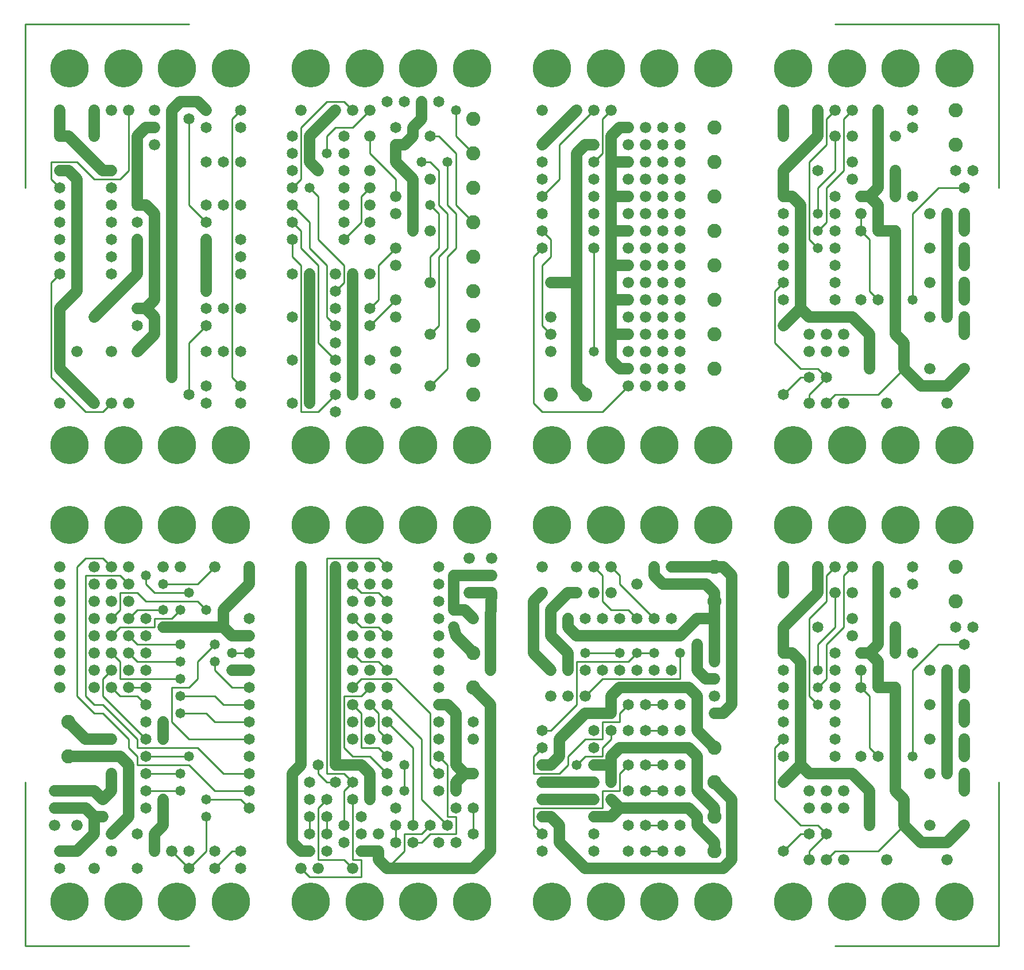
<source format=gtl>
%MOIN*%
%FSLAX25Y25*%
G04 D10 used for Character Trace; *
G04     Circle (OD=.01000) (No hole)*
G04 D11 used for Power Trace; *
G04     Circle (OD=.06700) (No hole)*
G04 D12 used for Signal Trace; *
G04     Circle (OD=.01100) (No hole)*
G04 D13 used for Via; *
G04     Circle (OD=.05800) (Round. Hole ID=.02800)*
G04 D14 used for Component hole; *
G04     Circle (OD=.06500) (Round. Hole ID=.03500)*
G04 D15 used for Component hole; *
G04     Circle (OD=.06600) (Round. Hole ID=.04200)*
G04 D16 used for Component hole; *
G04     Circle (OD=.08200) (Round. Hole ID=.05200)*
G04 D17 used for Component hole; *
G04     Circle (OD=.09000) (Round. Hole ID=.06000)*
G04 D18 used for Component hole; *
G04     Circle (OD=.11600) (Round. Hole ID=.08600)*
G04 D19 used for Component hole; *
G04     Circle (OD=.15500) (Round. Hole ID=.12500)*
G04 D20 used for Component hole; *
G04     Circle (OD=.18200) (Round. Hole ID=.15200)*
G04 D21 used for Component hole; *
G04     Circle (OD=.22100) (Round. Hole ID=.19100)*
%ADD10C,.01000*%
%ADD11C,.06700*%
%ADD12C,.01100*%
%ADD13C,.05800*%
%ADD14C,.06500*%
%ADD15C,.06600*%
%ADD16C,.08200*%
%ADD17C,.09000*%
%ADD18C,.11600*%
%ADD19C,.15500*%
%ADD20C,.18200*%
%ADD21C,.22100*%
%IPPOS*%
%LPD*%
G90*X0Y0D02*D21*X25625Y25625D03*D15*              
X40000Y45000D03*D14*X20000D03*D15*X50000Y55000D03*
X30000D03*D11*X20000D01*D14*D03*D11*X30000D02*    
X40000Y65000D01*Y75000D01*X45000D01*D15*D03*D11*  
X40000D02*X35000Y80000D01*X30000D01*D15*D03*D11*  
X17000D01*D15*D03*X30000Y70000D03*Y90000D03*D11*  
X17000D01*D15*D03*D11*X30000D02*X40000D01*        
X45000Y85000D01*D15*D03*D11*X50000Y90000D01*      
Y100000D01*D15*D03*D11*X60000Y105000D02*          
X55000Y110000D01*X60000Y75000D02*Y105000D01*      
X50000Y65000D02*X60000Y75000D01*D13*              
X50000Y65000D03*D14*X65000D03*X70000Y80000D03*    
X65000Y45000D03*X70000Y90000D03*D12*X90000D01*D13*
D03*Y100000D03*D12*X70000D01*D14*D03*D12*         
X65000Y105000D02*X95000D01*X110000Y90000D01*      
X130000D01*D14*D03*D12*Y80000D02*X125000Y85000D01*
D14*X130000Y80000D03*D12*X105000Y85000D02*        
X125000D01*D13*X105000D03*Y75000D03*D12*Y55000D01*
X95000Y45000D01*D14*D03*D12*X85000Y55000D01*D15*  
D03*D11*X75000D02*Y65000D01*D15*Y55000D03*D11*    
Y65000D02*X80000Y70000D01*Y85000D01*D13*D03*D12*  
X65000Y105000D02*Y110000D01*X60000Y115000D01*     
Y120000D01*X45000Y135000D01*X40000D01*            
X30000Y145000D01*Y220000D01*X35000Y225000D01*     
X45000D01*X50000Y220000D01*D15*D03*D12*           
X60000Y210000D02*X55000Y215000D01*D15*            
X60000Y210000D03*D12*X70000Y200000D02*            
X65000Y205000D01*X70000Y200000D02*X100000D01*     
X105000Y195000D01*D13*D03*D11*X120000Y180000D02*  
X115000Y185000D01*X120000Y180000D02*X130000D01*   
D14*D03*D13*X120000Y170000D03*D12*X130000D01*D14* 
D03*D13*X120000Y160000D03*D11*X130000D01*D14*D03* 
D12*X120000Y150000D02*X130000D01*D14*D03*D12*     
X120000D02*X110000Y160000D01*Y165000D01*D13*D03*  
D12*X95000Y150000D02*X100000Y155000D01*           
X85000Y150000D02*X95000D01*X85000Y130000D02*      
Y150000D01*X95000Y120000D02*X85000Y130000D01*     
X95000Y120000D02*X130000D01*D14*D03*Y130000D03*   
D12*X110000D01*X105000Y135000D01*X90000D01*D13*   
D03*Y145000D03*D12*X110000D01*X115000Y140000D01*  
X130000D01*D14*D03*D12*X100000Y155000D02*         
Y165000D01*D13*X90000D03*D12*X65000D01*           
X60000Y170000D01*D15*D03*D12*X65000Y175000D02*    
X90000D01*D13*D03*D12*X100000Y165000D02*          
X110000Y175000D01*D13*D03*D11*X80000Y185000D02*   
X115000D01*D13*X80000D03*D12*X75000Y190000D02*    
X85000D01*X75000Y185000D02*Y190000D01*            
X55000Y185000D02*X75000D01*X50000Y180000D02*      
X55000Y185000D01*D15*X50000Y180000D03*            
X60000Y190000D03*D12*X65000Y195000D01*X80000D01*  
D13*D03*D12*X85000Y190000D02*X90000Y195000D01*D13*
D03*X95000Y205000D03*D12*X75000D01*               
X70000Y210000D01*Y215000D01*D13*D03*              
X80000Y210000D03*D12*X100000D01*X110000Y220000D01*
D15*D03*D11*X115000Y195000D02*X130000Y210000D01*  
X115000Y185000D02*Y195000D01*D14*                 
X130000Y190000D03*D11*Y210000D02*Y220000D01*D15*  
D03*D21*X119375Y244375D03*X88125D03*D15*          
X90000Y220000D03*X80000D03*D14*X70000Y160000D03*  
Y190000D03*Y180000D03*Y170000D03*D13*             
X90000Y155000D03*D12*X55000D01*Y165000D01*        
X50000Y170000D01*D15*D03*X60000Y160000D03*        
Y180000D03*D12*X65000Y175000D01*D15*              
X50000Y190000D03*D12*X55000Y195000D01*Y205000D01* 
X65000D01*D15*X60000Y200000D03*D12*               
X35000Y215000D02*X55000D01*X35000Y145000D02*      
Y215000D01*X40000Y140000D02*X35000Y145000D01*     
X40000Y140000D02*X45000D01*X65000Y120000D01*      
Y115000D01*X100000D01*X115000Y100000D01*          
X130000D01*D14*D03*Y110000D03*D13*X95000D03*D12*  
X70000D01*D14*D03*D13*X80000Y120000D03*D11*       
Y130000D01*D13*D03*D14*X70000Y140000D03*D12*      
X65000Y145000D01*X55000D01*X50000Y150000D01*D15*  
D03*D12*X45000Y145000D02*Y155000D01*              
X70000Y120000D02*X45000Y145000D01*D14*            
X70000Y120000D03*Y130000D03*D11*X25000Y110000D02* 
X55000D01*D16*X25000D03*D11*X35000Y120000D02*     
X50000D01*D15*D03*D11*X35000D02*X25000Y130000D01* 
D16*D03*D15*X40000Y150000D03*X20000D03*D12*       
X45000Y155000D02*X50000Y160000D01*D15*D03*        
X60000Y150000D03*D12*X70000D01*D14*D03*D15*       
X40000Y180000D03*Y170000D03*Y160000D03*Y190000D03*
X20000Y200000D03*Y190000D03*Y180000D03*Y170000D03*
Y160000D03*X50000Y200000D03*X40000D03*            
X50000Y210000D03*X40000D03*X20000D03*             
X60000Y220000D03*X40000D03*X20000D03*             
X17000Y70000D03*D21*X56875Y244375D03*D14*         
X95000Y55000D03*X110000D03*D21*X25625Y244375D03*  
D12*X110000Y45000D02*X120000Y55000D01*D14*        
X110000Y45000D03*D12*X120000Y55000D02*X125000D01* 
D14*D03*Y45000D03*D21*X119375Y25625D03*X88125D03* 
X56875D03*G90*X0Y0D02*D11*X160000Y55000D02*       
X155000Y60000D01*X160000Y55000D02*X165000D01*D14* 
D03*D12*X170000Y50000D02*X185000D01*              
X190000Y45000D01*D15*D03*D12*X165000Y40000D02*    
X195000D01*X165000D02*X160000Y45000D01*D15*D03*   
X170000D03*D12*Y50000D02*Y80000D01*               
X175000Y85000D01*D14*D03*X165000Y95000D03*        
Y75000D03*D12*Y65000D01*D14*D03*X175000Y55000D03* 
Y75000D03*D12*Y65000D01*D14*D03*X185000Y60000D03* 
Y70000D03*D12*Y90000D01*X190000Y95000D01*D14*D03* 
D12*X185000Y100000D01*X175000D01*Y225000D01*      
X205000D01*X210000Y220000D01*D14*D03*D15*         
X200000Y210000D03*Y220000D03*D14*                 
X210000Y210000D03*D12*X195000Y205000D02*          
X205000D01*X210000Y200000D01*D14*D03*D15*         
X200000Y190000D03*Y200000D03*D14*                 
X210000Y190000D03*D12*X195000Y185000D02*          
X205000D01*X210000Y180000D01*D14*D03*D15*         
X200000Y170000D03*Y180000D03*D14*                 
X210000Y170000D03*D12*X195000Y165000D02*          
X205000D01*X210000Y160000D01*D14*D03*D12*         
X235000Y135000D02*X215000Y155000D01*              
X235000Y105000D02*Y135000D01*X240000Y100000D02*   
X235000Y105000D01*D14*X240000Y100000D03*D12*      
X245000Y75000D02*Y105000D01*Y75000D02*X250000D01* 
Y65000D01*X235000D01*X230000Y60000D01*X225000D01* 
D14*D03*D12*X220000Y65000D02*X230000D01*          
X220000Y55000D02*Y65000D01*X210000Y45000D02*      
X220000Y55000D01*D15*X210000Y45000D03*D11*        
X260000D01*X270000Y55000D01*Y65000D01*D14*D03*D11*
Y90000D01*D14*D03*D11*Y110000D01*D15*D03*D11*     
Y130000D01*D14*D03*D11*Y140000D01*                
X260000Y150000D01*D16*D03*D13*X270000Y160000D03*  
D11*Y190000D01*D15*D03*D11*X270500Y205000D01*D15* 
D03*D11*X257500D01*D15*D03*X270500Y215000D03*D11* 
X257500D01*D15*D03*D11*X248500D01*D13*D03*D11*    
Y205000D01*D15*D03*D11*Y195000D01*D13*D03*D11*    
X255000D01*X260000Y190000D01*D15*D03*D11*         
Y170000D02*X250000Y180000D01*D16*                 
X260000Y170000D03*D11*X250000Y180000D02*          
X248500Y185000D01*D15*D03*D14*X240000Y190000D03*  
Y180000D03*Y170000D03*Y200000D03*Y160000D03*      
Y210000D03*Y150000D03*Y220000D03*D12*             
X195000Y155000D02*X215000D01*X190000Y150000D02*   
X195000Y155000D01*D15*X190000Y150000D03*D12*      
X185000Y145000D02*X195000D01*X185000Y115000D02*   
Y145000D01*X190000Y110000D02*X185000Y115000D01*   
X190000Y110000D02*X200000D01*X210000Y100000D01*   
D14*D03*D13*X220000Y90000D03*D12*Y105000D01*D13*  
D03*D12*X225000Y70000D02*Y115000D01*D14*Y70000D03*
D12*X230000Y65000D02*X235000Y70000D01*D14*D03*    
X245000D03*D12*X230000Y85000D01*Y120000D01*       
X210000Y140000D01*D14*D03*D12*X205000Y125000D02*  
Y135000D01*X210000Y120000D02*X205000Y125000D01*   
D14*X210000Y120000D03*D12*Y110000D02*             
X205000Y115000D01*D14*X210000Y110000D03*D12*      
X195000Y115000D02*X205000D01*X195000D02*          
Y135000D01*X190000Y140000D01*D15*D03*D12*         
X195000Y145000D02*X200000Y150000D01*D15*D03*      
X190000Y160000D03*D14*X210000Y150000D03*D15*      
X200000Y160000D03*Y140000D03*D12*                 
X205000Y135000D01*D14*X210000Y130000D03*D12*      
X225000Y115000D01*D14*X240000Y130000D03*          
Y110000D03*D12*X245000Y105000D01*D11*             
X255000Y100000D02*X250000Y105000D01*Y95000D02*    
X255000Y100000D01*X250000Y90000D02*Y95000D01*D14* 
Y90000D03*X260000Y80000D03*D12*Y65000D01*D14*D03* 
X250000Y60000D03*Y80000D03*X240000Y60000D03*      
Y90000D03*D15*X260000Y100000D03*D11*X255000D01*   
X250000Y105000D02*Y135000D01*X245000Y140000D01*   
X240000D01*D14*D03*D15*X260000Y120000D03*D14*     
Y130000D03*X240000Y120000D03*D11*X200000Y85000D02*
Y100000D01*D14*Y85000D03*X195000Y75000D03*        
X190000Y85000D03*D12*Y50000D01*X195000D01*        
Y40000D01*D11*X210000Y45000D02*X205000Y50000D01*  
Y55000D01*D15*D03*D11*X195000D01*D13*D03*D15*     
X205000Y65000D03*D14*X195000D03*X215000Y60000D03* 
D12*Y70000D01*D14*D03*Y80000D03*X210000Y90000D03* 
D11*X200000Y100000D02*X195000Y105000D01*          
X190000D01*D14*D03*D11*X180000D01*D14*D03*D11*    
Y120000D01*D15*D03*D11*Y130000D01*D15*D03*D11*    
Y140000D01*D15*D03*D11*Y150000D01*D15*D03*D11*    
Y160000D01*D15*D03*D11*Y170000D01*D15*D03*D11*    
Y180000D01*D15*D03*D11*Y190000D01*D15*D03*D11*    
Y200000D01*D15*D03*D11*Y210000D01*D15*D03*D11*    
Y220000D01*D15*D03*X190000Y210000D03*D12*         
X195000Y205000D01*D15*X190000Y200000D03*          
Y190000D03*D12*X195000Y185000D01*D15*             
X190000Y180000D03*Y170000D03*D12*                 
X195000Y165000D01*D15*X160000Y200000D03*D11*      
Y190000D01*D15*D03*D11*Y180000D01*D15*D03*D11*    
Y170000D01*D15*D03*D11*Y160000D01*D15*D03*D11*    
Y150000D01*D15*D03*D11*Y140000D01*D15*D03*D11*    
Y130000D01*D15*D03*D11*Y120000D01*D15*D03*D11*    
Y105000D01*D14*D03*D11*X155000Y100000D01*         
Y60000D01*D14*X165000Y85000D03*X180000Y95000D03*  
D12*X175000D01*X170000Y100000D01*Y105000D01*D14*  
D03*D15*X190000Y120000D03*Y130000D03*             
X200000Y120000D03*Y130000D03*D21*X165625Y25625D03*
X196875D03*X228125D03*X259375D03*D11*             
X160000Y200000D02*Y210000D01*D15*D03*D11*         
Y220000D01*D15*D03*D21*X165625Y244375D03*D15*     
X190000Y220000D03*D21*X196875Y244375D03*          
X228125D03*D15*X257500Y225000D03*D21*             
X259375Y244375D03*D15*X270500Y225000D03*G90*      
X0Y0D02*D12*X300000Y65000D02*X295000Y70000D01*D14*
X300000Y65000D03*D12*X295000Y70000D02*Y80000D01*  
X335000D01*Y90000D01*X345000D01*Y100000D01*       
X350000Y105000D01*D14*D03*X340000Y95000D03*D11*   
Y105000D01*X330000D01*D14*D03*D12*                
X325000Y110000D02*X335000D01*X320000Y105000D02*   
X325000Y110000D01*D13*X320000Y105000D03*D12*      
X315000D02*Y110000D01*X310000Y100000D02*          
X315000Y105000D01*X295000Y100000D02*X310000D01*   
X295000D02*Y110000D01*X300000Y115000D01*D14*D03*  
D11*X305000Y105000D02*X310000Y110000D01*          
X300000Y105000D02*X305000D01*D14*X300000D03*      
Y95000D03*D11*X330000D01*D14*D03*X340000Y85000D03*
D11*X345000Y80000D01*X340000Y75000D01*X330000D01* 
D14*D03*Y85000D03*D11*X300000D01*D14*D03*         
Y75000D03*D11*X305000D01*X310000Y70000D01*        
Y60000D01*X325000Y45000D01*X405000D01*            
X410000Y50000D01*Y85000D01*X400000Y95000D01*D16*  
D03*D11*Y80000D02*X390000Y90000D01*               
X400000Y75000D02*Y80000D01*D16*Y75000D03*D11*     
X390000Y70000D02*Y75000D01*X400000Y60000D02*      
X390000Y70000D01*X400000Y55000D02*Y60000D01*D16*  
Y55000D03*D14*X380000Y70000D03*Y55000D03*D11*     
X390000Y75000D02*X385000Y80000D01*X345000D01*D14* 
X350000Y90000D03*Y70000D03*X330000Y65000D03*      
X360000Y70000D03*D12*X370000D01*D14*D03*          
X360000Y55000D03*D12*X370000D01*D14*D03*          
X350000D03*D21*X399375Y25625D03*X368125D03*D11*   
X390000Y90000D02*Y110000D01*X385000Y115000D01*    
X345000D01*X340000Y110000D01*Y105000D01*D12*      
X335000Y110000D02*Y115000D01*X340000Y120000D01*   
Y125000D01*D14*D03*D12*X335000Y130000D02*         
X345000D01*X335000Y120000D02*Y130000D01*          
X325000Y120000D02*X335000D01*X315000Y110000D02*   
X325000Y120000D01*D11*X310000Y110000D02*          
Y120000D01*X325000Y135000D01*X340000D01*D14*D03*  
D11*Y145000D01*X345000Y150000D01*X385000D01*      
X390000Y145000D01*Y125000D01*X400000Y115000D01*   
D16*D03*D14*X380000Y125000D03*D11*                
X400000Y135000D02*X405000D01*D15*X400000D03*D11*  
X405000D02*X410000Y140000D01*Y175000D01*D15*D03*  
D11*Y215000D01*X405000Y220000D01*X400000D01*D16*  
D03*D11*X375000D01*D14*D03*D11*X370000Y210000D02* 
X375000D01*D15*D03*D11*X395000D01*                
X400000Y205000D01*Y200000D01*D16*D03*D11*         
Y190000D01*Y165000D01*D15*D03*X390000Y175000D03*  
D11*Y160000D01*X395000Y155000D01*X400000D01*D15*  
D03*Y145000D03*D13*X380000Y170000D03*D12*         
Y155000D01*X335000D01*X325000Y145000D01*D15*D03*  
D12*X305000Y125000D02*X320000Y140000D01*          
X300000Y125000D02*X305000D01*D14*X300000D03*D15*  
X315000Y145000D03*X305000D03*D12*                 
X320000Y140000D02*Y165000D01*X350000D01*          
X355000Y170000D01*D13*D03*D12*X365000D01*D13*D03* 
D14*X375000Y160000D03*X355000D03*X365000D03*D11*  
X320000Y180000D02*X380000D01*X320000D02*          
X315000Y185000D01*Y190000D01*D14*D03*             
X305000Y180000D03*D11*X315000Y170000D01*          
Y160000D01*D14*D03*D13*X325000Y170000D03*D12*     
X345000D01*D13*D03*D14*X335000Y160000D03*         
X345000D03*X365000Y190000D03*D12*                 
X345000Y210000D01*Y215000D01*X340000Y220000D01*   
D15*D03*D12*X335000Y200000D02*Y215000D01*         
X340000Y195000D02*X335000Y200000D01*              
X340000Y195000D02*X350000D01*X355000Y190000D01*   
D14*D03*X345000D03*D15*X340000Y205000D03*D11*     
X370000Y210000D02*X365000Y215000D01*Y220000D01*   
D14*D03*D15*X355000Y210000D03*D21*                
X368125Y244375D03*D14*X335000Y190000D03*D21*      
X336875Y244375D03*D12*X335000Y215000D02*          
X330000Y220000D01*D15*D03*X320000D03*D11*         
X305000Y195000D02*X315000Y205000D01*              
X305000Y180000D02*Y195000D01*Y160000D02*          
X295000Y170000D01*D14*X305000Y160000D03*D11*      
X295000Y170000D02*Y200000D01*X300000Y205000D01*   
D15*D03*D11*X315000D02*X320000D01*D15*D03*        
X330000D03*D14*X325000Y190000D03*D15*             
X300000Y220000D03*D21*X305625Y244375D03*D14*      
X325000Y160000D03*X375000Y190000D03*D11*          
X380000Y180000D02*X390000Y190000D01*X400000D01*   
D14*X350000Y140000D03*D12*X345000Y135000D01*      
Y130000D01*D14*X350000Y125000D03*                 
X330000Y115000D03*X360000Y125000D03*D12*          
X370000D01*D14*D03*X380000Y140000D03*X370000D03*  
D12*X360000D01*D14*D03*X330000Y125000D03*         
X360000Y105000D03*D12*X370000D01*D14*D03*         
X380000D03*X360000Y90000D03*D12*X370000D01*D14*   
D03*X380000D03*X330000Y55000D03*D21*              
X305625Y25625D03*X336875D03*D14*X300000Y55000D03* 
D21*X399375Y244375D03*G90*X0Y0D02*D12*            
X450000Y70000D02*X435000Y85000D01*                
X450000Y70000D02*X460000D01*X465000Y65000D01*D14* 
D03*D12*X455000Y55000D01*Y50000D01*D15*D03*       
X465000D03*D12*X470000Y55000D01*X495000D01*       
X510000Y70000D01*D15*D03*D11*X520000Y60000D01*    
X535000D01*X545000Y70000D01*D15*D03*              
X535000Y50000D03*D14*X545000Y90000D03*D11*        
Y100000D01*D15*D03*D14*Y110000D03*D11*Y120000D01* 
D15*D03*D14*Y130000D03*D11*Y140000D01*D15*D03*D14*
Y150000D03*D11*Y160000D01*D15*D03*X535000D03*D11* 
Y140000D01*D15*D03*D11*Y120000D01*D15*D03*D11*    
Y100000D01*D15*D03*X525000D03*D13*                
X515000Y110000D03*D12*Y160000D01*                 
X530000Y175000D01*X545000D01*D14*D03*             
X550000Y185000D03*X540000D03*D15*                 
X525000Y160000D03*D16*X540000Y200000D03*D14*      
X515000Y170000D03*D15*X525000Y140000D03*D14*      
X515000Y210000D03*D15*X505000Y205000D03*          
Y185000D03*D11*Y170000D01*D14*D03*D15*            
X495000Y160000D03*D11*Y150000D01*D14*D03*D11*     
X505000D01*D14*D03*D11*Y130000D01*D14*D03*D11*    
Y110000D01*D14*D03*D11*Y90000D01*D14*D03*D11*     
X510000Y85000D01*Y70000D01*D15*X525000D03*D11*    
X490000D02*Y90000D01*D15*Y70000D03*               
X475000Y80000D03*Y50000D03*D11*X490000Y90000D02*  
X480000Y100000D01*X455000D01*X450000Y105000D01*   
X440000Y95000D01*D14*D03*D11*X450000Y105000D02*   
Y165000D01*X445000Y170000D01*X440000D01*D14*D03*  
D11*Y185000D01*D14*D03*D11*X460000Y205000D01*D15* 
D03*D11*Y220000D01*D15*D03*D12*X465000Y200000D02* 
Y215000D01*X455000Y190000D02*X465000Y200000D01*   
X455000Y145000D02*Y190000D01*X460000Y140000D02*   
X455000Y145000D01*D13*X460000Y140000D03*D14*      
X470000Y130000D03*Y150000D03*Y140000D03*D13*      
X460000Y150000D03*D12*X465000Y155000D01*          
Y175000D01*X475000Y185000D01*Y215000D01*          
X480000Y220000D01*D15*D03*X470000D03*D12*         
X465000Y215000D01*D15*X470000Y205000D03*D12*      
Y185000D01*X460000Y175000D01*Y160000D01*D13*D03*  
D14*X470000Y170000D03*Y160000D03*D15*             
X480000Y180000D03*D14*X440000Y140000D03*          
Y160000D03*Y150000D03*X485000D03*D12*             
X490000Y145000D01*Y115000D01*X495000Y110000D01*   
D14*D03*X485000D03*D15*X475000Y90000D03*D14*      
X470000Y120000D03*Y110000D03*D15*X465000Y80000D03*
X525000Y120000D03*X465000Y90000D03*D12*           
X485000Y150000D02*Y160000D01*D15*D03*D11*         
X495000Y165000D02*X490000Y170000D01*              
X495000Y160000D02*Y165000D01*D14*                 
X485000Y170000D03*D11*X490000D01*                 
X495000Y175000D01*Y195000D01*D15*D03*D11*         
Y220000D01*D14*D03*D15*X480000Y205000D03*D14*     
X515000Y220000D03*D21*X508125Y244375D03*          
X476875D03*D15*X480000Y190000D03*D14*             
X460000Y185000D03*D16*X540000Y220000D03*D21*      
X539375Y244375D03*X445625D03*D15*                 
X440000Y220000D03*D11*Y205000D01*D15*D03*D14*     
Y130000D03*Y120000D03*D12*X435000Y115000D01*      
Y85000D01*D14*X455000Y65000D03*D12*X450000D01*    
X440000Y55000D01*D14*D03*D15*X455000Y80000D03*D21*
X445625Y25625D03*X476875D03*D15*X455000Y90000D03* 
D14*X440000Y110000D03*D15*X500000Y50000D03*D21*   
X508125Y25625D03*X539375D03*G90*X0Y0D02*          
X119375Y290625D03*X88125D03*X56875D03*X25625D03*  
D12*X35000Y310000D02*X45000D01*X35000D02*         
X15000Y330000D01*Y385000D01*X20000Y390000D01*D14* 
D03*D13*X30000Y380000D03*D11*X20000Y370000D01*    
Y335000D01*X40000Y315000D01*D15*D03*D12*          
X45000Y310000D02*X50000Y315000D01*D15*D03*        
X60000D03*D14*X65000Y345000D03*D11*               
X75000Y355000D01*Y365000D01*X70000Y370000D01*     
X65000D01*D14*D03*D11*X70000D02*X75000Y375000D01* 
Y425000D01*X70000Y430000D01*X65000D01*D14*D03*D11*
Y455000D01*D14*D03*D11*Y470000D01*                
X70000Y475000D01*X75000D01*D15*D03*D11*           
X85000Y445000D02*Y485000D01*D13*Y445000D03*D11*   
Y400000D01*D13*D03*D11*Y330000D01*D13*D03*D14*    
X95000Y320000D03*D12*Y350000D01*X105000Y360000D01*
D14*D03*X115000Y370000D03*X105000D03*Y345000D03*  
X115000D03*X125000D03*D13*X105000Y380000D03*D11*  
Y410000D01*D14*D03*Y420000D03*D12*                
X95000Y430000D01*Y480000D01*D14*D03*              
X105000Y475000D03*D11*Y485000D02*                 
X100000Y490000D01*D14*X105000Y485000D03*D11*      
X90000Y490000D02*X100000D01*X85000Y485000D02*     
X90000Y490000D01*D15*X75000Y485000D03*Y465000D03* 
D21*X88125Y509375D03*D15*X60000Y485000D03*D12*    
Y450000D01*X55000Y445000D01*X40000D01*            
X30000Y455000D01*X15000D01*Y445000D01*            
X20000Y440000D01*D14*D03*D11*X30000Y445000D02*    
X25000Y450000D01*X30000Y380000D02*Y445000D01*D15* 
X40000Y365000D03*D11*X65000Y390000D01*Y410000D01* 
D14*D03*Y420000D03*X50000D03*Y410000D03*          
Y400000D03*Y390000D03*Y430000D03*Y440000D03*D11*  
X20000Y450000D02*X25000D01*D14*X20000D03*D15*     
X40000Y470000D03*D11*Y485000D01*D15*D03*X50000D03*
D11*X45000Y450000D02*X25000Y470000D01*            
X45000Y450000D02*X50000D01*D14*D03*D11*           
X20000Y470000D02*X25000D01*D15*X20000D03*D11*     
Y485000D01*D15*D03*D21*X25625Y509375D03*X56875D03*
D14*X20000Y430000D03*Y420000D03*Y410000D03*       
X105000Y430000D03*Y455000D03*X20000Y400000D03*    
X115000Y430000D03*Y455000D03*D12*                 
X120000Y330000D02*Y480000D01*X125000Y325000D02*   
X120000Y330000D01*D14*X125000Y325000D03*          
Y315000D03*X105000Y325000D03*Y315000D03*          
X125000Y370000D03*X65000Y360000D03*               
X125000Y390000D03*D15*X50000Y345000D03*D14*       
X125000Y400000D03*Y410000D03*D15*X30000Y345000D03*
D14*X125000Y430000D03*D15*X20000Y315000D03*D14*   
X125000Y455000D03*Y475000D03*D12*                 
X120000Y480000D02*X125000Y485000D01*D14*D03*D21*  
X119375Y509375D03*G90*X0Y0D02*X259375Y290625D03*  
X228125D03*X196875D03*X165625D03*D14*             
X180000Y310000D03*D12*X160000D02*X170000D01*      
X160000D02*Y395000D01*X155000Y400000D01*          
Y410000D01*D14*D03*D12*X170000Y395000D02*         
X160000Y405000D01*X170000Y350000D02*Y395000D01*   
X180000Y340000D02*X170000Y350000D01*D14*          
X180000Y340000D03*X190000D03*D11*Y320000D01*D14*  
D03*X180000Y330000D03*X200000Y320000D03*          
X180000D03*D12*X170000Y310000D01*D14*             
X165000Y315000D03*D11*Y340000D01*D14*D03*D11*     
Y365000D01*D14*D03*D11*Y390000D01*D14*D03*        
X155000D03*D12*X175000Y365000D02*Y395000D01*      
X180000Y360000D02*X175000Y365000D01*D14*          
X180000Y360000D03*X190000Y370000D03*D11*          
Y360000D01*D14*D03*D11*Y340000D01*D14*            
X180000Y350000D03*X200000Y340000D03*Y360000D03*   
D12*X215000Y375000D01*D15*D03*D12*                
X200000Y370000D02*X205000Y375000D01*D14*          
X200000Y370000D03*D12*X205000Y375000D02*          
Y395000D01*X215000Y405000D01*D15*D03*D13*         
X225000Y415000D03*D11*Y445000D01*                 
X215000Y455000D01*D15*D03*D11*Y465000D01*D14*D03* 
D11*X220000D01*X225000Y470000D01*D14*D03*D11*     
Y475000D01*X230000Y480000D01*Y490000D01*D14*D03*  
X240000D03*X220000D03*X215000Y475000D03*D12*      
X260000Y460000D02*X250000Y470000D01*D16*          
X260000Y460000D03*D12*X250000Y470000D02*          
Y485000D01*D13*D03*D16*X260000Y480000D03*D14*     
X235000Y470000D03*D12*X240000D01*                 
X250000Y460000D01*Y430000D01*X260000Y420000D01*   
D16*D03*D12*X250000Y405000D02*Y425000D01*         
X245000Y400000D02*X250000Y405000D01*              
X245000Y335000D02*Y400000D01*X235000Y325000D02*   
X245000Y335000D01*D15*X235000Y325000D03*          
X215000Y345000D03*Y335000D03*Y315000D03*D16*      
X260000Y320000D03*Y340000D03*D15*                 
X235000Y355000D03*D12*X240000Y360000D01*          
Y400000D01*X245000Y405000D01*Y425000D01*          
X240000Y430000D01*Y450000D01*X235000Y455000D01*   
X230000D01*D13*D03*D15*X235000Y445000D03*D13*     
X245000Y455000D03*D12*Y430000D01*                 
X250000Y425000D01*X240000Y405000D02*Y425000D01*   
X235000Y400000D02*X240000Y405000D01*              
X235000Y385000D02*Y400000D01*D15*Y385000D03*      
X215000Y365000D03*Y395000D03*D16*                 
X260000Y360000D03*Y380000D03*Y400000D03*D15*      
X235000Y415000D03*D14*X200000Y420000D03*          
Y410000D03*D15*Y390000D03*D12*X185000Y410000D02*  
X195000Y420000D01*D14*X185000Y410000D03*D12*      
X195000Y420000D02*Y435000D01*X200000Y440000D01*   
D15*D03*Y450000D03*Y430000D03*X215000Y425000D03*  
D14*X185000Y450000D03*D15*X215000Y435000D03*D12*  
Y445000D01*X200000Y460000D01*Y470000D01*D15*D03*  
D12*X180000Y475000D02*X190000D01*                 
X175000Y470000D02*X180000Y475000D01*              
X175000Y460000D02*Y470000D01*D13*Y460000D03*D14*  
X185000Y470000D03*D13*X165000D03*D11*Y455000D01*  
X170000Y450000D01*D13*D03*X165000Y440000D03*D12*  
X170000Y435000D01*Y410000D01*X185000Y395000D01*   
Y385000D01*X180000Y380000D01*D14*D03*D11*         
X190000Y370000D02*Y390000D01*D15*D03*X180000D03*  
D12*X175000Y395000D02*X165000Y405000D01*          
Y420000D01*X155000Y430000D01*D14*D03*Y440000D03*  
D12*X160000Y445000D01*Y475000D01*                 
X175000Y490000D01*X185000D01*X190000Y485000D01*   
D15*D03*X200000D03*D12*X190000Y475000D01*D15*     
X180000Y485000D03*D11*X165000Y470000D01*D14*      
X155000Y460000D03*Y470000D03*D15*                 
X160000Y485000D03*D14*X185000Y460000D03*          
X155000Y450000D03*X185000Y440000D03*D21*          
X196875Y509375D03*X165625D03*D14*                 
X185000Y430000D03*X210000Y490000D03*              
X155000Y420000D03*D12*X160000Y415000D01*          
Y405000D01*D14*X185000Y420000D03*                 
X180000Y370000D03*X155000Y365000D03*Y340000D03*   
D13*X235000Y430000D03*D12*X240000Y425000D01*D16*  
X260000Y440000D03*D21*X259375Y509375D03*          
X228125D03*D14*X155000Y315000D03*G90*X0Y0D02*D21* 
X305625Y290625D03*D12*X300000Y310000D02*          
X335000D01*X350000Y325000D01*D15*D03*             
X360000Y335000D03*Y325000D03*X350000Y335000D03*   
D11*X345000D01*X340000Y340000D01*Y355000D01*      
X350000D01*D15*D03*X360000Y345000D03*Y365000D03*  
Y355000D03*X350000Y365000D03*D11*                 
X340000Y355000D02*Y375000D01*X350000D01*D15*D03*  
X360000Y385000D03*D14*X340000Y380000D03*D11*      
Y375000D01*Y380000D02*Y395000D01*X350000D01*D15*  
D03*X360000Y405000D03*Y395000D03*                 
X350000Y405000D03*D11*X340000Y395000D02*          
Y415000D01*X350000D01*D15*D03*X360000Y425000D03*  
Y415000D03*X350000Y425000D03*D11*                 
X340000Y415000D02*Y435000D01*X350000D01*D15*D03*  
X360000Y445000D03*Y435000D03*X350000Y445000D03*   
D11*X340000Y435000D02*Y455000D01*X350000D01*D15*  
D03*X360000Y465000D03*Y455000D03*                 
X350000Y465000D03*D11*X340000Y455000D02*          
Y470000D01*X345000Y475000D01*X350000D01*D15*D03*  
X340000Y485000D03*D12*X335000Y480000D01*          
Y460000D01*X330000Y455000D01*D14*D03*D11*         
X320000Y385000D02*Y460000D01*Y380000D02*          
Y385000D01*D14*Y380000D03*D11*Y325000D01*         
X325000Y320000D01*D16*D03*X305000D03*D12*         
X345000Y335000D02*X350000D01*D15*Y345000D03*D14*  
X370000Y355000D03*Y325000D03*D13*                 
X330000Y345000D03*D12*Y405000D01*D14*D03*         
Y415000D03*D15*X350000Y385000D03*D11*X305000D02*  
X320000D01*D15*X305000D03*D12*X300000Y360000D02*  
Y395000D01*X305000Y355000D02*X300000Y360000D01*   
D15*X305000Y355000D03*Y365000D03*Y345000D03*D12*  
X300000Y310000D02*X295000Y315000D01*Y400000D01*   
X300000Y405000D01*D14*D03*D12*Y395000D02*         
X305000Y400000D01*Y410000D01*X300000Y415000D01*   
D14*D03*Y425000D03*Y435000D03*D12*                
X310000Y445000D01*Y465000D01*X330000Y485000D01*   
D15*D03*X320000D03*D11*X300000Y465000D01*D14*D03* 
Y455000D03*D11*X320000Y460000D02*                 
X325000Y465000D01*X330000D01*D14*D03*Y445000D03*  
D15*X300000Y485000D03*D14*X330000Y435000D03*D15*  
X360000Y475000D03*D14*X300000Y445000D03*          
X370000Y425000D03*Y435000D03*Y445000D03*          
Y455000D03*Y465000D03*X330000Y425000D03*          
X370000Y475000D03*D21*X368125Y509375D03*          
X336875D03*X305625D03*D14*X380000Y415000D03*      
Y425000D03*Y435000D03*Y445000D03*Y455000D03*      
Y465000D03*Y475000D03*X370000Y415000D03*          
Y405000D03*X380000D03*D16*X400000Y395000D03*      
Y415000D03*Y435000D03*Y455000D03*Y475000D03*D14*  
X370000Y395000D03*D21*X399375Y509375D03*D14*      
X380000Y395000D03*X370000Y385000D03*X380000D03*   
D15*X360000Y375000D03*D14*X370000D03*X380000D03*  
D16*X400000D03*D14*X370000Y365000D03*X380000D03*  
Y355000D03*D16*X400000D03*D14*X370000Y345000D03*  
X380000D03*X370000Y335000D03*X380000D03*D16*      
X400000D03*D14*X380000Y325000D03*D21*             
X336875Y290625D03*X368125D03*X399375D03*G90*      
X0Y0D02*D12*X450000Y335000D02*X435000Y350000D01*  
X450000Y335000D02*X460000D01*X465000Y330000D01*   
D14*D03*D12*X455000Y320000D01*Y315000D01*D15*D03* 
X465000D03*D12*X470000Y320000D01*X495000D01*      
X510000Y335000D01*D15*D03*D11*X520000Y325000D01*  
X535000D01*X545000Y335000D01*D15*D03*             
X535000Y315000D03*D14*X545000Y355000D03*D11*      
Y365000D01*D15*D03*D14*Y375000D03*D11*Y385000D01* 
D15*D03*D14*Y395000D03*D11*Y405000D01*D15*D03*D14*
Y415000D03*D11*Y425000D01*D15*D03*X535000D03*D11* 
Y405000D01*D15*D03*D11*Y385000D01*D15*D03*D11*    
Y365000D01*D15*D03*X525000D03*D13*                
X515000Y375000D03*D12*Y425000D01*                 
X530000Y440000D01*X545000D01*D14*D03*             
X550000Y450000D03*X540000D03*D15*                 
X525000Y425000D03*D16*X540000Y465000D03*D14*      
X515000Y435000D03*D15*X525000Y405000D03*D14*      
X515000Y475000D03*D15*X505000Y470000D03*          
Y450000D03*D11*Y435000D01*D14*D03*D15*            
X495000Y425000D03*D11*Y415000D01*D14*D03*D11*     
X505000D01*D14*D03*D11*Y395000D01*D14*D03*D11*    
Y375000D01*D14*D03*D11*Y355000D01*D14*D03*D11*    
X510000Y350000D01*Y335000D01*D15*X525000D03*D11*  
X490000D02*Y355000D01*D15*Y335000D03*             
X475000Y345000D03*Y315000D03*D11*                 
X490000Y355000D02*X480000Y365000D01*X455000D01*   
X450000Y370000D01*X440000Y360000D01*D14*D03*D11*  
X450000Y370000D02*Y430000D01*X445000Y435000D01*   
X440000D01*D14*D03*D11*Y450000D01*D14*D03*D11*    
X460000Y470000D01*D15*D03*D11*Y485000D01*D15*D03* 
D12*X465000Y465000D02*Y480000D01*                 
X455000Y455000D02*X465000Y465000D01*              
X455000Y410000D02*Y455000D01*X460000Y405000D02*   
X455000Y410000D01*D13*X460000Y405000D03*D14*      
X470000Y395000D03*Y415000D03*Y405000D03*D13*      
X460000Y415000D03*D12*X465000Y420000D01*          
Y440000D01*X475000Y450000D01*Y480000D01*          
X480000Y485000D01*D15*D03*X470000D03*D12*         
X465000Y480000D01*D15*X470000Y470000D03*D12*      
Y450000D01*X460000Y440000D01*Y425000D01*D13*D03*  
D14*X470000Y435000D03*Y425000D03*D15*             
X480000Y445000D03*D14*X440000Y405000D03*          
Y425000D03*Y415000D03*X485000D03*D12*             
X490000Y410000D01*Y380000D01*X495000Y375000D01*   
D14*D03*X485000D03*D15*X475000Y355000D03*D14*     
X470000Y385000D03*Y375000D03*D15*                 
X465000Y345000D03*X525000Y385000D03*              
X465000Y355000D03*D12*X485000Y415000D02*          
Y425000D01*D15*D03*D11*X495000Y430000D02*         
X490000Y435000D01*X495000Y425000D02*Y430000D01*   
D14*X485000Y435000D03*D11*X490000D01*             
X495000Y440000D01*Y460000D01*D15*D03*D11*         
Y485000D01*D14*D03*D15*X480000Y470000D03*D14*     
X515000Y485000D03*D21*X508125Y509375D03*          
X476875D03*D15*X480000Y455000D03*D14*             
X460000Y450000D03*D16*X540000Y485000D03*D21*      
X539375Y509375D03*X445625D03*D15*                 
X440000Y485000D03*D11*Y470000D01*D15*D03*D14*     
Y395000D03*Y385000D03*D12*X435000Y380000D01*      
Y350000D01*D14*X455000Y330000D03*D12*X450000D01*  
X440000Y320000D01*D14*D03*D15*X455000Y345000D03*  
D21*X445625Y290625D03*X476875D03*D15*             
X455000Y355000D03*D14*X440000Y375000D03*D15*      
X500000Y315000D03*D21*X508125Y290625D03*          
X539375D03*G90*X0Y0D02*D12*X95000D01*X0D02*       
Y95000D01*G90*Y0D02*Y440000D02*Y535000D01*        
X95000D01*G90*X0Y0D02*X470000D02*X565000D01*      
Y95000D01*G90*X0Y0D02*X470000Y535000D02*          
X565000D01*Y440000D01*M02*                        

</source>
